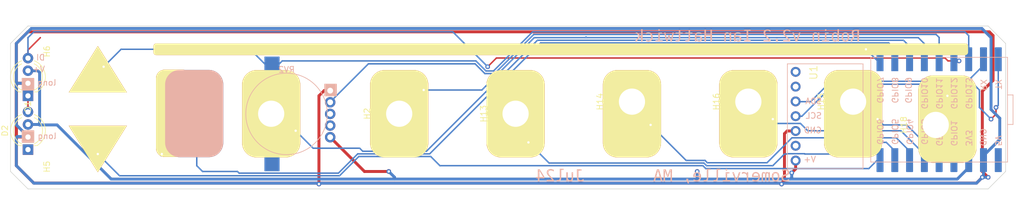
<source format=kicad_pcb>
(kicad_pcb (version 20240108) (generator "pcbnew") (generator_version "8.0")
  (layers (0 "F.Cu" signal) (31 "B.Cu" signal) (34 "B.Paste" user) (35 "F.Paste" user) (36 "B.SilkS" user "B.Silkscreen") (37 "F.SilkS" user "F.Silkscreen") (38 "B.Mask" user) (39 "F.Mask" user) (44 "Edge.Cuts" user))
  (net 0 "")
  (net 1 "/A1")
  (net 2 "+3.3V")
  (net 3 "GND")
  (net 4 "/A2")
  (net 5 "/A3")
  (net 6 "/A4")
  (net 7 "/A5")
  (net 8 "/A6")
  (net 9 "/A0")
  (net 10 "/A10")
  (net 11 "/D1")
  (net 12 "/A8")
  (net 13 "/SCL")
  (net 14 "/SDA")
  (net 15 "/A7")
  (net 16 "/A9")
  (net 17 "/D0")
  (net 18 "Net-(D1-DOUT)")
  (footprint "MountingHole:MountingHole_4.5mm" (layer "F.Cu") (at 195 100 90)
    (property "Reference" "H18" (at 0 -5.5 90) (layer "F.SilkS"))
    (property "Value" "MountingHole")
    (pad "" np_thru_hole circle (at 0 0 90) (size 4.5 4.5) (drill 4.5) (layers "F&B.Cu"))
  )
  (footprint "ih_kicad:recorder-touchpad" (layer "F.Cu") (at 122.793423 98.078 90)
    (property "Reference" "TP4" (hide yes))
    (property "Value" "TestPoint" (hide yes))
    (pad "1" smd roundrect (at 0 0 90) (size 15 10) (layers "F.Cu" "F.SilkS") (net 6 "/A4"))
  )
  (footprint "ih_kicad:LSM6DS3_Breakout_oneSide" (layer "F.Cu") (at 176 98.5 90)
    (property "Reference" "U1" (at 7.5 -2 90) (layer "F.SilkS") (effects (font (size 1.27 1.27))))
    (property "Value" "LSM6DS3_Breakout")
    (fp_line (start 9 -6.5) (end 9 6.5) (stroke (width 0.12)) (layer "B.SilkS"))
    (fp_line (start -9 -6.5) (end 9 -6.5) (stroke (width 0.12)) (layer "B.SilkS"))
    (fp_line (start -9 -6.5) (end -9 6.5) (stroke (width 0.12)) (layer "B.SilkS"))
    (fp_line (start -9 6.5) (end 9 6.5) (stroke (width 0.12)) (layer "B.SilkS"))
    (pad "1" thru_hole circle (at -7.62 -5.08 90) (size 1.7 1.7) (drill 1) (layers "*.Cu" "*.Mask") (net 2 "+3.3V"))
    (pad "2" thru_hole circle (at -5.08 -5.08 90) (size 1.7 1.7) (drill 1) (layers "*.Cu" "*.Mask"))
    (pad "3" thru_hole circle (at -2.54 -5.08 90) (size 1.7 1.7) (drill 1) (layers "*.Cu" "*.Mask") (net 3 "GND"))
    (pad "4" thru_hole circle (at 0 -5.08 90) (size 1.7 1.7) (drill 1) (layers "*.Cu" "*.Mask") (net 13 "/SCL"))
    (pad "5" thru_hole circle (at 2.54 -5.08 90) (size 1.7 1.7) (drill 1) (layers "*.Cu" "*.Mask") (net 14 "/SDA"))
    (pad "6" thru_hole circle (at 5.08 -5.08 90) (size 1.7 1.7) (drill 1) (layers "*.Cu" "*.Mask"))
    (pad "7" thru_hole circle (at 7.62 -5.08 90) (size 1.7 1.7) (drill 1) (layers "*.Cu" "*.Mask"))
  )
  (footprint "ih_kicad:recorder-touchpad-alt-up" (layer "F.Cu") (at 51 90.424)
    (property "Reference" "TP12" (hide yes))
    (property "Value" "TestPoint" (hide yes))
    (pad "1" smd trapezoid (at 0 0) (size 5 8) (rect_delta 0 5) (layers "F.Cu" "F.SilkS") (net 10 "/A10"))
  )
  (footprint "ih_kicad:recorder-touchpad" (layer "F.Cu") (at 80.793423 98.078 90)
    (property "Reference" "TP2" (hide yes))
    (property "Value" "TestPoint" (hide yes))
    (pad "1" smd roundrect (at 0 0 90) (size 15 10) (layers "F.Cu" "F.SilkS") (net 12 "/A8"))
  )
  (footprint "ih_kicad:recorder-touchpad-alt-up" (layer "F.Cu") (at 51 104.14 180)
    (property "Reference" "TP8" (hide yes))
    (property "Value" "TestPoint" (hide yes))
    (pad "1" smd trapezoid (at 0 0 180) (size 5 8) (rect_delta 0 5) (layers "F.Cu" "F.SilkS") (net 7 "/A5"))
  )
  (footprint "ih_kicad:recorder-touchpad" (layer "F.Cu") (at 142.793423 98.078 90)
    (property "Reference" "TP5" (hide yes))
    (property "Value" "TestPoint" (hide yes))
    (pad "1" smd roundrect (at 0 0 90) (size 15 10) (layers "F.Cu" "F.SilkS") (net 5 "/A3"))
  )
  (footprint "ih_kicad:recorder-touchpad-narrow" (layer "F.Cu") (at 64 98 90)
    (property "Reference" "TP11" (hide yes))
    (property "Value" "TestPoint" (hide yes))
    (pad "1" smd roundrect (at 0 0 90) (size 15 6) (layers "F.Cu" "F.SilkS") (net 15 "/A7"))
  )
  (footprint "MountingHole:MountingHole_4.5mm" (layer "F.Cu") (at 142.793423 96 90)
    (property "Reference" "H14" (at 0 -5.5 90) (layer "F.SilkS"))
    (property "Value" "MountingHole")
    (pad "" np_thru_hole circle (at 0 0 90) (size 4.5 4.5) (drill 4.5) (layers "F&B.Cu"))
  )
  (footprint "MountingHole:MountingHole_4.5mm" (layer "F.Cu") (at 122.793423 98.078 90)
    (property "Reference" "H13" (at 0 -5.5 90) (layer "F.SilkS"))
    (property "Value" "MountingHole")
    (pad "" np_thru_hole circle (at 0 0 90) (size 4.5 4.5) (drill 4.5) (layers "F&B.Cu"))
  )
  (footprint "MountingHole:MountingHole_4.5mm" (layer "F.Cu") (at 180.793423 96 90)
    (property "Reference" "H15" (at 0 -5.5 90) (layer "F.SilkS"))
    (property "Value" "MountingHole")
    (pad "" np_thru_hole circle (at 0 0 90) (size 4.5 4.5) (drill 4.5) (layers "F&B.Cu"))
  )
  (footprint "MountingHole:MountingHole_4.5mm" (layer "F.Cu") (at 162.793423 96 90)
    (property "Reference" "H16" (at 0 -5.5 90) (layer "F.SilkS"))
    (property "Value" "MountingHole")
    (pad "" np_thru_hole circle (at 0 0 90) (size 4.5 4.5) (drill 4.5) (layers "F&B.Cu"))
  )
  (footprint "ih_kicad:recorder-touchpad" (layer "F.Cu") (at 102.793423 98.078 90)
    (property "Reference" "TP3" (hide yes))
    (property "Value" "TestPoint" (hide yes))
    (pad "1" smd roundrect (at 0 0 90) (size 15 10) (layers "F.Cu" "F.SilkS") (net 16 "/A9"))
  )
  (footprint "MountingHole:MountingHole_3.2mm_M3_ISO14580" (layer "F.Cu") (at 46 107.188 90)
    (property "Reference" "H5" (at 0 -3.75 90) (layer "F.SilkS"))
    (property "Value" "MountingHole")
    (pad "" np_thru_hole circle (at 0 0 90) (size 3.2 3.2) (drill 3.2) (layers "*.Cu" "*.Mask"))
  )
  (footprint "LED_THT:LED_D5.0mm-4_RGB_Wide_Pins" (layer "F.Cu") (at 39 95 90)
    (property "Reference" "D1" (at -1.841 0 90) (layer "F.SilkS"))
    (property "Value" "WS2812B")
    (fp_line (start 0.6785 -1.545) (end 0.6785 -1.08) (stroke (width 0.12)) (layer "F.SilkS"))
    (fp_line (start 0.6785 1.08) (end 0.6785 1.545) (stroke (width 0.12)) (layer "F.SilkS"))
    (fp_arc (start 0.6785 -1.54483) (mid 3.496956 -2.978809) (end 6.026315 -1.080827) (stroke (width 0.12)) (layer "F.SilkS"))
    (fp_arc (start 0.983816 -1.08) (mid 3.238262 -2.5) (end 5.492979 -1.080429) (stroke (width 0.12)) (layer "F.SilkS"))
    (fp_arc (start 5.492979 1.080429) (mid 3.238262 2.5) (end 0.983816 1.08) (stroke (width 0.12)) (layer "F.SilkS"))
    (fp_arc (start 6.026315 1.080827) (mid 3.496956 2.978808) (end 0.6785 1.54483) (stroke (width 0.12)) (layer "F.SilkS"))
    (pad "1" thru_hole rect (at 0 0 90) (size 1.8 1.8) (drill 0.9) (layers "*.Cu" "*.Mask") (net 18 "Net-(D1-DOUT)"))
    (pad "2" thru_hole circle (at 2.159 0 90) (size 1.8 1.8) (drill 0.9) (layers "*.Cu" "*.Mask") (net 3 "GND"))
    (pad "3" thru_hole circle (at 4.318 0 90) (size 1.8 1.8) (drill 0.9) (layers "*.Cu" "*.Mask") (net 2 "+3.3V"))
    (pad "4" thru_hole circle (at 6.477 0 90) (size 1.8 1.8) (drill 0.9) (layers "*.Cu" "*.Mask") (net 11 "/D1"))
  )
  (footprint "ih_kicad:recorder-touchpad" (layer "F.Cu") (at 180.793423 98.078 90)
    (property "Reference" "TP7" (hide yes))
    (property "Value" "TestPoint" (hide yes))
    (pad "1" smd roundrect (at 0 0 90) (size 15 10) (layers "F.Cu" "F.SilkS") (net 1 "/A1"))
  )
  (footprint "LED_THT:LED_D5.0mm-4_RGB_Wide_Pins" (layer "F.Cu") (at 39 104.24 90)
    (property "Reference" "D2" (at 3.2385 -3.96 90) (layer "F.SilkS"))
    (property "Value" "WS2812B")
    (fp_line (start 0.6785 -1.545) (end 0.6785 -1.08) (stroke (width 0.12)) (layer "F.SilkS"))
    (fp_line (start 0.6785 1.08) (end 0.6785 1.545) (stroke (width 0.12)) (layer "F.SilkS"))
    (fp_arc (start 0.6785 -1.54483) (mid 3.496956 -2.978809) (end 6.026315 -1.080827) (stroke (width 0.12)) (layer "F.SilkS"))
    (fp_arc (start 0.983816 -1.08) (mid 3.238262 -2.5) (end 5.492979 -1.080429) (stroke (width 0.12)) (layer "F.SilkS"))
    (fp_arc (start 5.492979 1.080429) (mid 3.238262 2.5) (end 0.983816 1.08) (stroke (width 0.12)) (layer "F.SilkS"))
    (fp_arc (start 6.026315 1.080827) (mid 3.496956 2.978808) (end 0.6785 1.54483) (stroke (width 0.12)) (layer "F.SilkS"))
    (pad "1" thru_hole rect (at 0 0 90) (size 1.8 1.8) (drill 0.9) (layers "*.Cu" "*.Mask"))
    (pad "2" thru_hole circle (at 2.159 0 90) (size 1.8 1.8) (drill 0.9) (layers "*.Cu" "*.Mask") (net 3 "GND"))
    (pad "3" thru_hole circle (at 4.318 0 90) (size 1.8 1.8) (drill 0.9) (layers "*.Cu" "*.Mask") (net 2 "+3.3V"))
    (pad "4" thru_hole circle (at 6.477 0 90) (size 1.8 1.8) (drill 0.9) (layers "*.Cu" "*.Mask") (net 18 "Net-(D1-DOUT)"))
  )
  (footprint "MountingHole:MountingHole_4.5mm" (layer "F.Cu") (at 102.793423 98.078 90)
    (property "Reference" "H2" (at 0 -5.5 90) (layer "F.SilkS"))
    (property "Value" "MountingHole")
    (pad "" np_thru_hole circle (at 0 0 90) (size 4.5 4.5) (drill 4.5) (layers "F&B.Cu"))
  )
  (footprint "MountingHole:MountingHole_3.2mm_M3_ISO14580" (layer "F.Cu") (at 46 87.376 90)
    (property "Reference" "H6" (at 0 -3.75 90) (layer "F.SilkS"))
    (property "Value" "MountingHole")
    (pad "" np_thru_hole circle (at 0 0 90) (size 3.2 3.2) (drill 3.2) (layers "*.Cu" "*.Mask"))
  )
  (footprint "ih_kicad:recorder-touchpad" (layer "F.Cu") (at 197 99 90)
    (property "Reference" "TP10" (hide yes))
    (property "Value" "TestPoint" (hide yes))
    (pad "1" smd roundrect (at 0 0 90) (size 15 10) (layers "F.Cu" "F.SilkS") (net 9 "/A0"))
  )
  (footprint "ih_kicad:recorder-touchtrack_120mm" (layer "F.Cu") (at 130.556 87)
    (property "Reference" "TP9" (hide yes))
    (property "Value" "TestPoint" (hide yes))
    (pad "1" smd roundrect (at 0 0) (size 140 2) (layers "F.Cu" "F.SilkS") (net 8 "/A6"))
  )
  (footprint "MountingHole:MountingHole_4.5mm" (layer "F.Cu") (at 80.793423 98.078 180)
    (property "Reference" "H1" (at 0 -5.5 0) (layer "F.SilkS"))
    (property "Value" "MountingHole")
    (pad "" np_thru_hole circle (at 0 0 180) (size 4.5 4.5) (drill 4.5) (layers "F&B.Cu"))
  )
  (footprint "ih_kicad:recorder-touchpad" (layer "F.Cu") (at 162.793423 98.078 90)
    (property "Reference" "TP6" (hide yes))
    (property "Value" "TestPoint" (hide yes))
    (pad "1" smd roundrect (at 0 0 90) (size 15 10) (layers "F.Cu" "F.SilkS") (net 4 "/A2"))
  )
  (footprint "ih_kicad:Wifiduino-ESP32S3-SMD" (layer "B.Cu") (at 195.58 97.38 90)
    (property "Reference" "U2" (hide yes))
    (property "Value" "~" (hide yes))
    (fp_line (start 9 -11.75) (end 9 11.75) (stroke (width 0.12)) (layer "B.SilkS"))
    (fp_line (start -9 -11.75) (end 9 -11.75) (stroke (width 0.12)) (layer "B.SilkS"))
    (fp_line (start 9 11.75) (end -9 11.75) (stroke (width 0.12)) (layer "B.SilkS"))
    (fp_line (start -2.54 11.75) (end -2.54 12.7) (stroke (width 0.12)) (layer "B.SilkS"))
    (fp_line (start -9 11.75) (end -9 -11.75) (stroke (width 0.12)) (layer "B.SilkS"))
    (fp_line (start 2.54 12.7) (end 2.54 11.75) (stroke (width 0.12)) (layer "B.SilkS"))
    (fp_line (start -2.54 12.7) (end 2.54 12.7) (stroke (width 0.12)) (layer "B.SilkS"))
    (fp_text user "GPIO1" (at -6.35 2.54 -90) (layer "B.SilkS") (effects (justify left mirror)))
    (fp_text user "GPIO11" (at 0 0 -90) (layer "B.SilkS") (effects (justify left mirror)))
    (fp_text user "3V3" (at -6.35 5.08 -90) (layer "B.SilkS") (effects (justify left mirror)))
    (fp_text user "GPIO8" (at 1 -7.62 -90) (layer "B.SilkS") (effects (justify left mirror)))
    (fp_text user "RX" (at 5.309999 7.62 -90) (layer "B.SilkS") (effects (justify right mirror)))
    (fp_text user "GPIO6" (at -6.120001 -10.16 -90) (layer "B.SilkS") (effects (justify left mirror)))
    (fp_text user "GPIO3" (at -6.120001 -2.54 -90) (layer "B.SilkS") (effects (justify left mirror)))
    (fp_text user "GPIO2" (at -6.35 0 -90) (layer "B.SilkS") (effects (justify left mirror)))
    (fp_text user "GPIO10" (at 0 -2.54 -90) (layer "B.SilkS") (effects (justify left mirror)))
    (fp_text user "TX" (at 5.309999 10.16 -90) (layer "B.SilkS") (effects (justify right mirror)))
    (fp_text user "GPIO5" (at -6.120001 -7.62 -90) (layer "B.SilkS") (effects (justify left mirror)))
    (fp_text user "GND" (at -6.35 7.62 90) (layer "B.SilkS") (effects (justify right mirror)))
    (fp_text user "GPIO13" (at 0 5.08 -90) (layer "B.SilkS") (effects (justify left mirror)))
    (fp_text user "5V" (at -6.35 10.16 -90) (layer "B.SilkS") (effects (justify left mirror)))
    (fp_text user "GPIO9" (at 1 -5.309999 -90) (layer "B.SilkS") (effects (justify left mirror)))
    (fp_text user "GPIO4" (at -6.120001 -5.08 -90) (layer "B.SilkS") (effects (justify left mirror)))
    (fp_text user "GPIO7" (at 1 -10.16 -90) (layer "B.SilkS") (effects (justify left mirror)))
    (fp_text user "GPIO12" (at 0 2.54 -90) (layer "B.SilkS") (effects (justify left mirror)))
    (pad "1" smd custom (at -7.62 10.16 180) (size 1.2 2) (layers "B.Cu" "B.Paste" "B.Mask") (options (clearance outline) (anchor rect)) (primitives (gr_poly (pts (xy -0.5 -3) (xy -0.5 0.5) (xy 0.5 0.5) (xy 0.5 -3)) (width 0.2) (fill yes))))
    (pad "2" smd custom (at -7.62 7.62 180) (size 1.2 2) (layers "B.Cu" "B.Paste" "B.Mask") (net 3 "GND") (options (clearance outline) (anchor rect)) (primitives (gr_poly (pts (xy -0.5 -3) (xy -0.5 0.5) (xy 0.5 0.5) (xy 0.5 -3)) (width 0.2) (fill yes))))
    (pad "3" smd custom (at -7.62 5.08 180) (size 1.2 2) (layers "B.Cu" "B.Paste" "B.Mask") (net 2 "+3.3V") (options (clearance outline) (anchor rect)) (primitives (gr_poly (pts (xy -0.5 -3) (xy -0.5 0.5) (xy 0.5 0.5) (xy 0.5 -3)) (width 0.2) (fill yes))))
    (pad "4" smd custom (at -7.62 2.54 180) (size 1.2 2) (layers "B.Cu" "B.Paste" "B.Mask") (net 9 "/A0") (options (clearance outline) (anchor rect)) (primitives (gr_poly (pts (xy -0.5 -3) (xy -0.5 0.5) (xy 0.5 0.5) (xy 0.5 -3)) (width 0.2) (fill yes))))
    (pad "5" smd custom (at -7.62 0 180) (size 1.2 2) (layers "B.Cu" "B.Paste" "B.Mask") (net 1 "/A1") (options (clearance outline) (anchor rect)) (primitives (gr_poly (pts (xy -0.5 -3) (xy -0.5 0.5) (xy 0.5 0.5) (xy 0.5 -3)) (width 0.2) (fill yes))))
    (pad "6" smd custom (at -7.62 -2.54 180) (size 1.2 2) (layers "B.Cu" "B.Paste" "B.Mask") (net 4 "/A2") (options (clearance outline) (anchor rect)) (primitives (gr_poly (pts (xy -0.5 -3) (xy -0.5 0.5) (xy 0.5 0.5) (xy 0.5 -3)) (width 0.2) (fill yes))))
    (pad "7" smd custom (at -7.62 -5.08 180) (size 1.2 2) (layers "B.Cu" "B.Paste" "B.Mask") (net 5 "/A3") (options (clearance outline) (anchor rect)) (primitives (gr_poly (pts (xy -0.5 -3) (xy -0.5 0.5) (xy 0.5 0.5) (xy 0.5 -3)) (width 0.2) (fill yes))))
    (pad "8" smd custom (at -7.62 -7.62 180) (size 1.2 2) (layers "B.Cu" "B.Paste" "B.Mask") (net 6 "/A4") (options (clearance outline) (anchor rect)) (primitives (gr_poly (pts (xy -0.5 -3) (xy -0.5 0.5) (xy 0.5 0.5) (xy 0.5 -3)) (width 0.2) (fill yes))))
    (pad "9" smd custom (at -7.62 -10.16 180) (size 1.2 2) (layers "B.Cu" "B.Paste" "B.Mask") (net 7 "/A5") (options (clearance outline) (anchor rect)) (primitives (gr_poly (pts (xy -0.5 -3) (xy -0.5 0.5) (xy 0.5 0.5) (xy 0.5 -3)) (width 0.2) (fill yes))))
    (pad "10" smd custom (at 7.62 -10.16) (size 1.2 2) (layers "B.Cu" "B.Paste" "B.Mask") (net 8 "/A6") (options (clearance outline) (anchor rect)) (primitives (gr_poly (pts (xy -0.5 -3) (xy -0.5 0.5) (xy 0.5 0.5) (xy 0.5 -3)) (width 0.2) (fill yes))))
    (pad "11" smd custom (at 7.62 -7.62) (size 1.2 2) (layers "B.Cu" "B.Paste" "B.Mask") (net 15 "/A7") (options (clearance outline) (anchor rect)) (primitives (gr_poly (pts (xy -0.5 -3) (xy -0.5 0.5) (xy 0.5 0.5) (xy 0.5 -3)) (width 0.2) (fill yes))))
    (pad "12" smd custom (at 7.62 -5.08) (size 1.2 2) (layers "B.Cu" "B.Paste" "B.Mask") (net 12 "/A8") (options (clearance outline) (anchor rect)) (primitives (gr_poly (pts (xy -0.5 -3) (xy -0.5 0.5) (xy 0.5 0.5) (xy 0.5 -3)) (width 0.2) (fill yes))))
    (pad "13" smd custom (at 7.62 -2.54) (size 1.2 2) (layers "B.Cu" "B.Paste" "B.Mask") (net 16 "/A9") (options (clearance outline) (anchor rect)) (primitives (gr_poly (pts (xy -0.5 -3) (xy -0.5 0.5) (xy 0.5 0.5) (xy 0.5 -3)) (width 0.2) (fill yes))))
    (pad "14" smd custom (at 7.62 0) (size 1.2 2) (layers "B.Cu" "B.Paste" "B.Mask") (net 17 "/D0") (options (clearance outline) (anchor rect)) (primitives (gr_poly (pts (xy -0.5 -3) (xy -0.5 0.5) (xy 0.5 0.5) (xy 0.5 -3)) (width 0.2) (fill yes))))
    (pad "15" smd custom (at 7.62 2.54) (size 1.2 2) (layers "B.Cu" "B.Paste" "B.Mask") (net 11 "/D1") (options (clearance outline) (anchor rect)) (primitives (gr_poly (pts (xy -0.5 -3) (xy -0.5 0.5) (xy 0.5 0.5) (xy 0.5 -3)) (width 0.2) (fill yes))))
    (pad "16" smd custom (at 7.62 5.08) (size 1.2 2) (layers "B.Cu" "B.Paste" "B.Mask") (net 10 "/A10") (options (clearance outline) (anchor rect)) (primitives (gr_poly (pts (xy -0.5 -3) (xy -0.5 0.5) (xy 0.5 0.5) (xy 0.5 -3)) (width 0.2) (fill yes))))
    (pad "17" smd custom (at 7.62 7.62) (size 1.2 2) (layers "B.Cu" "B.Paste" "B.Mask") (net 14 "/SDA") (options (clearance outline) (anchor rect)) (primitives (gr_poly (pts (xy -0.5 -3) (xy -0.5 0.5) (xy 0.5 0.5) (xy 0.5 -3)) (width 0.2) (fill yes))))
    (pad "18" smd custom (at 7.62 10.16) (size 1.2 2) (layers "B.Cu" "B.Paste" "B.Mask") (net 13 "/SCL") (options (clearance outline) (anchor rect)) (primitives (gr_poly (pts (xy -0.5 -3) (xy -0.5 0.5) (xy 0.5 0.5) (xy 0.5 -3)) (width 0.2) (fill yes))))
  )
  (footprint "ih_kicad:potentiometer_wheel_10mm_SMD-shield" (layer "B.Cu") (at 83.432 98.108 180)
    (property "Reference" "RV2" (at 0 7.62 0) (layer "B.SilkS") (effects (justify mirror)))
    (property "Value" "R_Potentiometer_Dual")
    (fp_circle (center 0 0) (end 7 0) (stroke (width 0.12)) (fill none) (layer "B.SilkS"))
    (pad "1" thru_hole circle (at -7.5 -4 180) (size 1.8 1.8) (drill 1) (layers "*.Cu" "*.Mask") (net 2 "+3.3V"))
    (pad "2" thru_hole circle (at -7.5 -2 180) (size 1.8 1.8) (drill 1) (layers "*.Cu" "*.Mask"))
    (pad "3" thru_hole circle (at -7.5 0 180) (size 1.8 1.8) (drill 1) (layers "*.Cu" "*.Mask"))
    (pad "4" thru_hole circle (at -7.5 2 180) (size 1.8 1.8) (drill 1) (layers "*.Cu" "*.Mask") (net 17 "/D0"))
    (pad "5" thru_hole circle (at -7.5 4 180) (size 1.8 1.8) (drill 1) (layers "*.Cu" "*.Mask") (net 3 "GND"))
    (pad "6" smd rect (at 2.5 -7.35 180) (size 2.6 5) (layers "B.Cu" "B.Paste" "B.Mask") (net 10 "/A10"))
    (pad "6" smd rect (at 2.5 7.35 180) (size 2.6 5) (layers "B.Cu" "B.Paste" "B.Mask") (net 10 "/A10"))
  )
  (footprint "ih_kicad:recorder-touchpad" (layer "B.Cu") (at 67.564 98.044 -90)
    (property "Reference" "TP1" (hide yes))
    (property "Value" "TestPoint" (hide yes))
    (pad "1" smd roundrect (at 0 0 270) (size 15 10) (layers "B.Cu" "B.SilkS") (net 15 "/A7"))
  )
  (gr_rect (start 38 101) (end 40 103) (stroke (width 0.15)) (fill solid) (layer "B.SilkS"))
  (gr_rect (start 38 92) (end 40 94) (stroke (width 0.15)) (fill solid) (layer "B.SilkS"))
  (gr_rect (start 90 93) (end 92 95) (stroke (width 0.15)) (fill solid) (layer "B.SilkS"))
  (gr_line (start 204 111) (end 207 108) (stroke (width 0.1)) (layer "Edge.Cuts"))
  (gr_line (start 39 83) (end 36 86) (stroke (width 0.1)) (layer "Edge.Cuts"))
  (gr_line (start 36 108) (end 39 111) (stroke (width 0.1)) (layer "Edge.Cuts"))
  (gr_line (start 207 86) (end 204 83) (stroke (width 0.1)) (layer "Edge.Cuts"))
  (gr_line (start 36 86) (end 36 108) (stroke (width 0.1)) (layer "Edge.Cuts"))
  (gr_line (start 204 83) (end 39 83) (stroke (width 0.1)) (layer "Edge.Cuts"))
  (gr_line (start 207 108) (end 207 86) (stroke (width 0.1)) (layer "Edge.Cuts"))
  (gr_line (start 39 111) (end 204 111) (stroke (width 0.1)) (layer "Edge.Cuts"))
  (gr_text "V+" (at 42 91 0) (layer "B.SilkS") (effects (font (size 1 1)) (justify left bottom mirror)))
  (gr_text "SCL" (at 175.5 99 0) (layer "B.SilkS") (effects (font (size 1 1)) (justify left bottom mirror)))
  (gr_text "Somerville, MA       Jul24" (at 170 110 0) (layer "B.SilkS") (effects (font (size 2 2)) (justify left bottom mirror)))
  (gr_text "long" (at 44.012086 102.499816 0) (layer "B.SilkS") (effects (font (size 1 1)) (justify left bottom mirror)))
  (gr_text "Robin v2.2 Ian Hattwick" (at 182 86 0) (layer "B.SilkS") (effects (font (size 2 2)) (justify left bottom mirror)))
  (gr_text "SDA" (at 175.5 96.5 0) (layer "B.SilkS") (effects (font (size 1 1)) (justify left bottom mirror)))
  (gr_text "DI" (at 42 89 0) (layer "B.SilkS") (effects (font (size 1 1)) (justify left bottom mirror)))
  (gr_text "long" (at 43.967741 93.320496 0) (layer "B.SilkS") (effects (font (size 1 1)) (justify left bottom mirror)))
  (gr_text "GND" (at 175.5 101.5 0) (layer "B.SilkS") (effects (font (size 1 1)) (justify left bottom mirror)))
  (gr_text "V+" (at 174.5 106.5 0) (layer "B.SilkS") (effects (font (size 1 1)) (justify left bottom mirror)))
  (segment (start 185 99) (end 184.625 98.625) (width 0.25) (layer "F.Cu") (net 1))
  (segment (start 184.625 98.625) (end 180.793423 98.625) (width 0.25) (layer "F.Cu") (net 1))
  (via (at 185 99) (size 0.8) (drill 0.4) (layers "F.Cu" "B.Cu") (net 1))
  (segment (start 196 104) (end 195 103) (width 0.25) (layer "B.Cu") (net 1))
  (segment (start 191 101) (end 190 100) (width 0.25) (layer "B.Cu") (net 1))
  (segment (start 195.58 105) (end 196 104.58) (width 0.25) (layer "B.Cu") (net 1))
  (segment (start 194 103) (end 193 103) (width 0.25) (layer "B.Cu") (net 1))
  (segment (start 193 103) (end 191 101) (width 0.25) (layer "B.Cu") (net 1))
  (segment (start 186 100) (end 185 99) (width 0.25) (layer "B.Cu") (net 1))
  (segment (start 196 104.58) (end 196 104) (width 0.25) (layer "B.Cu") (net 1))
  (segment (start 195 103) (end 194 103) (width 0.25) (layer "B.Cu") (net 1))
  (segment (start 190 100) (end 186 100) (width 0.25) (layer "B.Cu") (net 1))
  (segment (start 170.25 108.225) (end 170.92 107.555) (width 0.5) (layer "F.Cu") (net 2))
  (segment (start 170.92 107.555) (end 170.92 106.12) (width 0.5) (layer "F.Cu") (net 2))
  (segment (start 90.932 102.108) (end 96.824 108) (width 0.5) (layer "F.Cu") (net 2))
  (segment (start 96.824 108) (end 101 108) (width 0.5) (layer "F.Cu") (net 2))
  (via (at 101 108) (size 0.8) (drill 0.4) (layers "F.Cu" "B.Cu") (net 2))
  (via (at 154 108) (size 0.8) (drill 0.4) (layers "F.Cu" "B.Cu") (net 2))
  (via (at 170.25 108.225) (size 0.8) (drill 0.4) (layers "F.Cu" "B.Cu") (net 2))
  (segment (start 154 108) (end 154 109.308) (width 0.5) (layer "B.Cu") (net 2))
  (segment (start 102 109.308) (end 154 109.308) (width 0.5) (layer "B.Cu") (net 2))
  (segment (start 170.25 108.225) (end 170.25 109.058) (width 0.5) (layer "B.Cu") (net 2))
  (segment (start 44 100) (end 53.308 109.308) (width 0.5) (layer "B.Cu") (net 2))
  (segment (start 39 99.922) (end 40.922 99.922) (width 0.5) (layer "B.Cu") (net 2))
  (segment (start 198.692 109.308) (end 200.66 107.34) (width 0.5) (layer "B.Cu") (net 2))
  (segment (start 170.25 109.058) (end 170 109.308) (width 0.5) (layer "B.Cu") (net 2))
  (segment (start 170 109.308) (end 198.692 109.308) (width 0.5) (layer "B.Cu") (net 2))
  (segment (start 39 90.682) (end 40.682 90.682) (width 0.5) (layer "B.Cu") (net 2))
  (segment (start 41 100) (end 44 100) (width 0.5) (layer "B.Cu") (net 2))
  (segment (start 101 108) (end 102 109) (width 0.5) (layer "B.Cu") (net 2))
  (segment (start 40.682 90.682) (end 41 91) (width 0.5) (layer "B.Cu") (net 2))
  (segment (start 40.922 99.922) (end 41 100) (width 0.5) (layer "B.Cu") (net 2))
  (segment (start 200.66 107.34) (end 200.66 105) (width 0.5) (layer "B.Cu") (net 2))
  (segment (start 53.308 109.308) (end 102 109.308) (width 0.5) (layer "B.Cu") (net 2))
  (segment (start 154 109.308) (end 170 109.308) (width 0.5) (layer "B.Cu") (net 2))
  (segment (start 41 91) (end 41 100) (width 0.5) (layer "B.Cu") (net 2))
  (segment (start 102 109) (end 102 109.308) (width 0.5) (layer "B.Cu") (net 2))
  (segment (start 89 95) (end 89 110.1575) (width 0.5) (layer "F.Cu") (net 3))
  (segment (start 203 109) (end 202 110) (width 0.5) (layer "F.Cu") (net 3))
  (segment (start 169.46 101.04) (end 169 101.5) (width 0.5) (layer "F.Cu") (net 3))
  (segment (start 37 107) (end 37 102) (width 0.5) (layer "F.Cu") (net 3))
  (segment (start 37.081 102.081) (end 37 102) (width 0.5) (layer "F.Cu") (net 3))
  (segment (start 89.892 94.108) (end 89 95) (width 0.5) (layer "F.Cu") (net 3))
  (segment (start 204.202082 84) (end 204.85 84.647918) (width 0.5) (layer "F.Cu") (net 3))
  (segment (start 169 101.5) (end 169 109.5) (width 0.5) (layer "F.Cu") (net 3))
  (segment (start 40 110) (end 37 107) (width 0.5) (layer "F.Cu") (net 3))
  (segment (start 170.92 101.04) (end 169.46 101.04) (width 0.5) (layer "F.Cu") (net 3))
  (segment (start 204.85 92.352082) (end 203 94.202082) (width 0.5) (layer "F.Cu") (net 3))
  (segment (start 203 94.202082) (end 203 108) (width 0.5) (layer "F.Cu") (net 3))
  (segment (start 168.5 110) (end 40 110) (width 0.5) (layer "F.Cu") (net 3))
  (segment (start 37 93) (end 37 102) (width 0.5) (layer "F.Cu") (net 3))
  (segment (start 90.932 94.108) (end 89.892 94.108) (width 0.5) (layer "F.Cu") (net 3))
  (segment (start 39 92.841) (end 37.159 92.841) (width 0.5) (layer "F.Cu") (net 3))
  (segment (start 202 110) (end 168.5 110) (width 0.5) (layer "F.Cu") (net 3))
  (segment (start 169 109.5) (end 168.5 110) (width 0.5) (layer "F.Cu") (net 3))
  (segment (start 37.159 92.841) (end 37 93) (width 0.5) (layer "F.Cu") (net 3))
  (segment (start 203 108) (end 204 109) (width 0.5) (layer "F.Cu") (net 3))
  (segment (start 39 84) (end 204.202082 84) (width 0.5) (layer "F.Cu") (net 3))
  (segment (start 39 102.081) (end 37.081 102.081) (width 0.5) (layer "F.Cu") (net 3))
  (segment (start 37 86) (end 39 84) (width 0.5) (layer "F.Cu") (net 3))
  (segment (start 37 102) (end 37 86) (width 0.5) (layer "F.Cu") (net 3))
  (segment (start 204.85 84.647918) (end 204.85 92.352082) (width 0.5) (layer "F.Cu") (net 3))
  (via (at 204 109) (size 0.8) (drill 0.4) (layers "F.Cu" "B.Cu") (net 3))
  (via (at 168.5 110.158) (size 0.8) (drill 0.4) (layers "F.Cu" "B.Cu") (net 3))
  (via (at 203 109) (size 0.8) (drill 0.4) (layers "F.Cu" "B.Cu") (net 3))
  (via (at 89 110.1575) (size 0.8) (drill 0.4) (layers "F.Cu" "B.Cu") (net 3))
  (segment (start 39 102) (end 37.162 102) (width 0.5) (layer "B.Cu") (net 3))
  (segment (start 37.162 102) (end 37 102.162) (width 0.5) (layer "B.Cu") (net 3))
  (segment (start 202.925 83.425) (end 204.5 85) (width 0.5) (layer "B.Cu") (net 3))
  (segment (start 204.5 97.352082) (end 206 98.852082) (width 0.5) (layer "B.Cu") (net 3))
  (segment (start 206 98.852082) (end 206 102.496532) (width 0.5) (layer "B.Cu") (net 3))
  (segment (start 203.2 108.8) (end 203 109) (width 0.5) (layer "B.Cu") (net 3))
  (segment (start 37 102.162) (end 37 107) (width 0.5) (layer "B.Cu") (net 3))
  (segment (start 37 92.841) (end 37 86) (width 0.5) (layer "B.Cu") (net 3))
  (segment (start 37 107) (end 40.008 110.008) (width 0.5) (layer "B.Cu") (net 3))
  (segment (start 37 86) (end 39.575 83.425) (width 0.5) (layer "B.Cu") (net 3))
  (segment (start 37 92.841) (end 37 100) (width 0.5) (layer "B.Cu") (net 3))
  (segment (start 40.008 110.008) (end 201.992 110.008) (width 0.5) (layer "B.Cu") (net 3))
  (segment (start 37 100) (end 39 102) (width 0.5) (layer "B.Cu") (net 3))
  (segment (start 204.5 85) (end 204.5 97.352082) (width 0.5) (layer "B.Cu") (net 3))
  (segment (start 201.992 110.008) (end 203 109) (width 0.5) (layer "B.Cu") (net 3))
  (segment (start 39.575 83.425) (end 202.925 83.425) (width 0.5) (layer "B.Cu") (net 3))
  (segment (start 204 109) (end 203 109) (width 0.5) (layer "B.Cu") (net 3))
  (segment (start 39 92.841) (end 37 92.841) (width 0.5) (layer "B.Cu") (net 3))
  (segment (start 203 105.496532) (end 203 106) (width 0.5) (layer "B.Cu") (net 3))
  (segment (start 203.2 105) (end 203.2 108.8) (width 0.5) (layer "B.Cu") (net 3))
  (segment (start 206 102.496532) (end 203 105.496532) (width 0.5) (layer "B.Cu") (net 3))
  (via (at 167 99) (size 0.8) (drill 0.4) (layers "F.Cu" "B.Cu") (net 4))
  (segment (start 173 101) (end 171.75 99.75) (width 0.25) (layer "B.Cu") (net 4))
  (segment (start 171.75 99.75) (end 167.25 99.75) (width 0.25) (layer "B.Cu") (net 4))
  (segment (start 193.04 105) (end 193 105) (width 0.25) (layer "B.Cu") (net 4))
  (segment (start 167 99) (end 167 99.5) (width 0.25) (layer "B.Cu") (net 4))
  (segment (start 167 99.5) (end 167.25 99.75) (width 0.25) (layer "B.Cu") (net 4))
  (segment (start 193 105) (end 189 101) (width 0.25) (layer "B.Cu") (net 4))
  (segment (start 189 101) (end 173 101) (width 0.25) (layer "B.Cu") (net 4))
  (segment (start 144.625 98.625) (end 142.793423 98.625) (width 0.25) (layer "F.Cu") (net 5))
  (segment (start 146 100) (end 144.625 98.625) (width 0.25) (layer "F.Cu") (net 5))
  (via (at 146 100) (size 0.8) (drill 0.4) (layers "F.Cu" "B.Cu") (net 5))
  (segment (start 155.347792 106.1) (end 152.1 106.1) (width 0.25) (layer "B.Cu") (net 5))
  (segment (start 166 106.5) (end 155.747792 106.5) (width 0.25) (layer "B.Cu") (net 5))
  (segment (start 152.1 106.1) (end 146 100) (width 0.25) (layer "B.Cu") (net 5))
  (segment (start 188.215 102.215) (end 170.285 102.215) (width 0.25) (layer "B.Cu") (net 5))
  (segment (start 190.5 105) (end 190.5 104.5) (width 0.25) (layer "B.Cu") (net 5))
  (segment (start 155.747792 106.5) (end 155.347792 106.1) (width 0.25) (layer "B.Cu") (net 5))
  (segment (start 170.285 102.215) (end 166 106.5) (width 0.25) (layer "B.Cu") (net 5))
  (segment (start 190.5 104.5) (end 188.215 102.215) (width 0.25) (layer "B.Cu") (net 5))
  (segment (start 125 103) (end 125 100.284577) (width 0.25) (layer "F.Cu") (net 6))
  (segment (start 125 100.284577) (end 124.649578 99.934155) (width 0.25) (layer "F.Cu") (net 6))
  (via (at 125 103) (size 0.8) (drill 0.4) (layers "F.Cu" "B.Cu") (net 6))
  (segment (start 169.445 105) (end 169 105) (width 0.25) (layer "B.Cu") (net 6))
  (segment (start 186.5 103) (end 184.5 103) (width 0.25) (layer "B.Cu") (net 6))
  (segment (start 172.5 105) (end 172.445 104.945) (width 0.25) (layer "B.Cu") (net 6))
  (segment (start 169.5 104.945) (end 169.445 105) (width 0.25) (layer "B.Cu") (net 6))
  (segment (start 155.611396 107) (end 155.161396 106.55) (width 0.25) (layer "B.Cu") (net 6))
  (segment (start 155.161396 106.55) (end 128.55 106.55) (width 0.25) (layer "B.Cu") (net 6))
  (segment (start 128.55 106.55) (end 125 103) (width 0.25) (layer "B.Cu") (net 6))
  (segment (start 167 107) (end 155.611396 107) (width 0.25) (layer "B.Cu") (net 6))
  (segment (start 184.5 103) (end 182.5 105) (width 0.25) (layer "B.Cu") (net 6))
  (segment (start 187.96 105) (end 187.96 104.46) (width 0.25) (layer "B.Cu") (net 6))
  (segment (start 172.445 104.945) (end 169.5 104.945) (width 0.25) (layer "B.Cu") (net 6))
  (segment (start 169 105) (end 167 107) (width 0.25) (layer "B.Cu") (net 6))
  (segment (start 187.96 104.46) (end 186.5 103) (width 0.25) (layer "B.Cu") (net 6))
  (segment (start 182.5 105) (end 172.5 105) (width 0.25) (layer "B.Cu") (net 6))
  (segment (start 51 105) (end 51 104.14) (width 0.25) (layer "F.Cu") (net 7))
  (via (at 51 105) (size 0.8) (drill 0.4) (layers "F.Cu" "B.Cu") (net 7))
  (segment (start 185.42 105) (end 185.42 105.58) (width 0.25) (layer "B.Cu") (net 7))
  (segment (start 154.975 107) (end 109.784396 107) (width 0.25) (layer "B.Cu") (net 7))
  (segment (start 54.733 108.733) (end 51 105) (width 0.25) (layer "B.Cu") (net 7))
  (segment (start 183.5 107.5) (end 155.475 107.5) (width 0.25) (layer "B.Cu") (net 7))
  (segment (start 92.539792 108.733) (end 54.733 108.733) (width 0.25) (layer "B.Cu") (net 7))
  (segment (start 95.846792 105.426) (end 92.539792 108.733) (width 0.25) (layer "B.Cu") (net 7))
  (segment (start 155.475 107.5) (end 154.975 107) (width 0.25) (layer "B.Cu") (net 7))
  (segment (start 109.784396 107) (end 108.210396 105.426) (width 0.25) (layer "B.Cu") (net 7))
  (segment (start 185.42 105.58) (end 183.5 107.5) (width 0.25) (layer "B.Cu") (net 7))
  (segment (start 108.210396 105.426) (end 95.846792 105.426) (width 0.25) (layer "B.Cu") (net 7))
  (segment (start 183 87) (end 181 87) (width 0.25) (layer "F.Cu") (net 8))
  (via (at 183 87) (size 0.8) (drill 0.4) (layers "F.Cu" "B.Cu") (net 8))
  (segment (start 185.42 89.76) (end 185.42 89.42) (width 0.25) (layer "B.Cu") (net 8))
  (segment (start 185.42 89.42) (end 183 87) (width 0.25) (layer "B.Cu") (net 8))
  (segment (start 197.625 95.625) (end 197.625 101) (width 0.25) (layer "F.Cu") (net 9))
  (segment (start 197 95) (end 197.625 95.625) (width 0.25) (layer "F.Cu") (net 9))
  (via (at 197 95) (size 0.8) (drill 0.4) (layers "F.Cu" "B.Cu") (net 9))
  (segment (start 198.12 96.12) (end 198.12 105) (width 0.25) (layer "B.Cu") (net 9))
  (segment (start 197 95) (end 198.12 96.12) (width 0.25) (layer "B.Cu") (net 9))
  (segment (start 52 90) (end 51.424 90) (width 0.25) (layer "F.Cu") (net 10))
  (segment (start 51.424 90) (end 51 90.424) (width 0.25) (layer "F.Cu") (net 10))
  (via (at 52 90) (size 0.8) (drill 0.4) (layers "F.Cu" "B.Cu") (net 10))
  (segment (start 119.002208 90.725) (end 117.699695 90.725) (width 0.25) (layer "B.Cu") (net 10))
  (segment (start 200 84) (end 125.727208 84) (width 0.25) (layer "B.Cu") (net 10))
  (segment (start 77.174 87) (end 55 87) (width 0.25) (layer "B.Cu") (net 10))
  (segment (start 125.727208 84) (end 119.002208 90.725) (width 0.25) (layer "B.Cu") (net 10))
  (segment (start 82.69 89) (end 80.932 90.758) (width 0.25) (layer "B.Cu") (net 10))
  (segment (start 200.66 84.66) (end 200 84) (width 0.25) (layer "B.Cu") (net 10))
  (segment (start 80.932 90.758) (end 77.174 87) (width 0.25) (layer "B.Cu") (net 10))
  (segment (start 200.66 89.76) (end 200.66 84.66) (width 0.25) (layer "B.Cu") (net 10))
  (segment (start 115.974695 89) (end 82.69 89) (width 0.25) (layer "B.Cu") (net 10))
  (segment (start 55 87) (end 52 90) (width 0.25) (layer "B.Cu") (net 10))
  (segment (start 117.699695 90.725) (end 115.974695 89) (width 0.25) (layer "B.Cu") (net 10))
  (segment (start 41.125 85) (end 39 87.125) (width 0.25) (layer "F.Cu") (net 11))
  (segment (start 197.1 89) (end 196.6 88.5) (width 0.25) (layer "F.Cu") (net 11))
  (segment (start 39 87.125) (end 39 88.523) (width 0.25) (layer "F.Cu") (net 11))
  (segment (start 199 89) (end 197.1 89) (width 0.25) (layer "F.Cu") (net 11))
  (segment (start 196.6 88.5) (end 119.5 88.5) (width 0.25) (layer "F.Cu") (net 11))
  (segment (start 119.5 88.5) (end 118 90) (width 0.25) (layer "F.Cu") (net 11))
  (via (at 199 89) (size 0.8) (drill 0.4) (layers "F.Cu" "B.Cu") (net 11))
  (via (at 118 90) (size 0.8) (drill 0.4) (layers "F.Cu" "B.Cu") (net 11))
  (segment (start 40 84) (end 112 84) (width 0.25) (layer "B.Cu") (net 11))
  (segment (start 39 85) (end 40 84) (width 0.25) (layer "B.Cu") (net 11))
  (segment (start 112 84) (end 118 90) (width 0.25) (layer "B.Cu") (net 11))
  (segment (start 39 88.523) (end 39 85) (width 0.25) (layer "B.Cu") (net 11))
  (segment (start 83.715423 101) (end 82.649578 99.934155) (width 0.25) (layer "F.Cu") (net 12))
  (segment (start 85 101) (end 83.715423 101) (width 0.25) (layer "F.Cu") (net 12))
  (via (at 85 101) (size 0.8) (drill 0.4) (layers "F.Cu" "B.Cu") (net 12))
  (segment (start 190.5 86.5) (end 189.45 85.45) (width 0.25) (layer "B.Cu") (net 12))
  (segment (start 107.474 104.526) (end 96.526 104.526) (width 0.25) (layer "B.Cu") (net 12))
  (segment (start 96 104) (end 88 104) (width 0.25) (layer "B.Cu") (net 12))
  (segment (start 190.5 89.76) (end 190.5 86.5) (width 0.25) (layer "B.Cu") (net 12))
  (segment (start 126.55 85.45) (end 107.474 104.526) (width 0.25) (layer "B.Cu") (net 12))
  (segment (start 96.526 104.526) (end 96 104) (width 0.25) (layer "B.Cu") (net 12))
  (segment (start 189.45 85.45) (end 126.55 85.45) (width 0.25) (layer "B.Cu") (net 12))
  (segment (start 88 104) (end 85 101) (width 0.25) (layer "B.Cu") (net 12))
  (segment (start 205.35 97) (end 205.35 98.15) (width 0.25) (layer "F.Cu") (net 13))
  (segment (start 205.35 98.15) (end 204.5 99) (width 0.25) (layer "F.Cu") (net 13))
  (via (at 205.35 97) (size 0.8) (drill 0.4) (layers "F.Cu" "B.Cu") (net 13))
  (via (at 204.5 99) (size 0.8) (drill 0.4) (layers "F.Cu" "B.Cu") (net 13))
  (segment (start 202.5 97) (end 202.5 94) (width 0.25) (layer "B.Cu") (net 13))
  (segment (start 201.5 93) (end 184.363604 93) (width 0.25) (layer "B.Cu") (net 13))
  (segment (start 205.74 89.76) (end 205.74 96.61) (width 0.25) (layer "B.Cu") (net 13))
  (segment (start 204.5 99) (end 202.5 97) (width 0.25) (layer "B.Cu") (net 13))
  (segment (start 183.863604 92.5) (end 178 92.5) (width 0.25) (layer "B.Cu") (net 13))
  (segment (start 172 98.5) (end 170.92 98.5) (width 0.25) (layer "B.Cu") (net 13))
  (segment (start 205.74 96.61) (end 205.35 97) (width 0.25) (layer "B.Cu") (net 13))
  (segment (start 178 92.5) (end 172 98.5) (width 0.25) (layer "B.Cu") (net 13))
  (segment (start 202.5 94) (end 201.5 93) (width 0.25) (layer "B.Cu") (net 13))
  (segment (start 184.363604 93) (end 183.863604 92.5) (width 0.25) (layer "B.Cu") (net 13))
  (segment (start 203.2 89.76) (end 201.23 91.73) (width 0.25) (layer "B.Cu") (net 14))
  (segment (start 184.5 92.5) (end 200.46 92.5) (width 0.25) (layer "B.Cu") (net 14))
  (segment (start 184.5 92.5) (end 184 92) (width 0.25) (layer "B.Cu") (net 14))
  (segment (start 177.5 92) (end 173.5 96) (width 0.25) (layer "B.Cu") (net 14))
  (segment (start 200.46 92.5) (end 201.23 91.73) (width 0.25) (layer "B.Cu") (net 14))
  (segment (start 173.5 96) (end 171 96) (width 0.25) (layer "B.Cu") (net 14))
  (segment (start 184 92) (end 177.5 92) (width 0.25) (layer "B.Cu") (net 14))
  (segment (start 62.793423 104.206577) (end 62 105) (width 0.25) (layer "F.Cu") (net 15))
  (segment (start 62.793423 98) (end 62.793423 104.206577) (width 0.25) (layer "F.Cu") (net 15))
  (via (at 62 105) (size 0.8) (drill 0.4) (layers "F.Cu" "B.Cu") (net 15))
  (segment (start 95.660396 104.976) (end 108.024 104.976) (width 0.25) (layer "B.Cu") (net 15))
  (segment (start 68 98.48) (end 67.564 98.044) (width 0.25) (layer "B.Cu") (net 15))
  (segment (start 75 108) (end 75.283 108.283) (width 0.25) (layer "B.Cu") (net 15))
  (segment (start 108.024 104.976) (end 127.1 85.9) (width 0.25) (layer "B.Cu") (net 15))
  (segment (start 75.283 108.283) (end 92.353396 108.283) (width 0.25) (layer "B.Cu") (net 15))
  (segment (start 68 105) (end 68 107) (width 0.25) (layer "B.Cu") (net 15))
  (segment (start 68 107) (end 68 98.48) (width 0.25) (layer "B.Cu") (net 15))
  (segment (start 92.353396 108.283) (end 95.660396 104.976) (width 0.25) (layer "B.Cu") (net 15))
  (segment (start 187.96 86.96) (end 187.96 89.76) (width 0.25) (layer "B.Cu") (net 15))
  (segment (start 127.1 85.9) (end 186.9 85.9) (width 0.25) (layer "B.Cu") (net 15))
  (segment (start 62 105) (end 68 105) (width 0.25) (layer "B.Cu") (net 15))
  (segment (start 69 108) (end 75 108) (width 0.25) (layer "B.Cu") (net 15))
  (segment (start 186.9 85.9) (end 187.96 86.96) (width 0.25) (layer "B.Cu") (net 15))
  (segment (start 68 107) (end 69 108) (width 0.25) (layer "B.Cu") (net 15))
  (segment (start 107 94) (end 103.159112 94) (width 0.25) (layer "F.Cu") (net 16))
  (segment (start 103.159112 94) (end 100.937267 96.221845) (width 0.25) (layer "F.Cu") (net 16))
  (via (at 107 94) (size 0.8) (drill 0.4) (layers "F.Cu" "B.Cu") (net 16))
  (segment (start 134.9 84.9) (end 135 85) (width 0.25) (layer "B.Cu") (net 16))
  (segment (start 193.04 86.04) (end 193.04 89.76) (width 0.25) (layer "B.Cu") (net 16))
  (segment (start 134.8 85) (end 134.9 84.9) (width 0.25) (layer "B.Cu") (net 16))
  (segment (start 107 94) (end 117 94) (width 0.25) (layer "B.Cu") (net 16))
  (segment (start 135 85) (end 192 85) (width 0.25) (layer "B.Cu") (net 16))
  (segment (start 126 85) (end 134.8 85) (width 0.25) (layer "B.Cu") (net 16))
  (segment (start 192 85) (end 193.04 86.04) (width 0.25) (layer "B.Cu") (net 16))
  (segment (start 117 94) (end 126 85) (width 0.25) (layer "B.Cu") (net 16))
  (segment (start 117.513299 91.175) (end 115.838299 89.5) (width 0.25) (layer "B.Cu") (net 17))
  (segment (start 125.913604 84.45) (end 119.188604 91.175) (width 0.25) (layer "B.Cu") (net 17))
  (segment (start 195.061041 84.45) (end 125.913604 84.45) (width 0.25) (layer "B.Cu") (net 17))
  (segment (start 97.5 89.5) (end 90.932 96.068) (width 0.25) (layer "B.Cu") (net 17))
  (segment (start 195.58 89.76) (end 195.58 84.968959) (width 0.25) (layer "B.Cu") (net 17))
  (segment (start 119.188604 91.175) (end 117.513299 91.175) (width 0.25) (layer "B.Cu") (net 17))
  (segment (start 195.58 84.968959) (end 195.061041 84.45) (width 0.25) (layer "B.Cu") (net 17))
  (segment (start 115.838299 89.5) (end 97.5 89.5) (width 0.25) (layer "B.Cu") (net 17))
  (segment (start 90.932 96.068) (end 90.932 96.108) (width 0.25) (layer "B.Cu") (net 17))
  (segment (start 39 95) (end 39 97) (width 0.25) (layer "F.Cu") (net 18))
  (segment (start 39 97) (end 39 98) (width 0.25) (layer "F.Cu") (net 18))
  (segment (start 39 97.763) (end 39 97) (width 0.25) (layer "F.Cu") (net 18))
)
</source>
